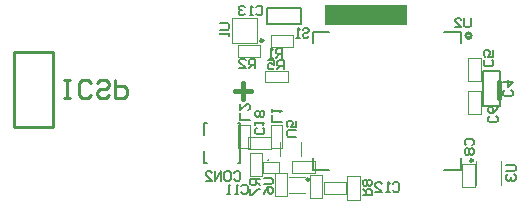
<source format=gbo>
G04*
G04 #@! TF.GenerationSoftware,Altium Limited,Altium Designer,19.1.6 (110)*
G04*
G04 Layer_Color=32896*
%FSAX25Y25*%
%MOIN*%
G70*
G01*
G75*
%ADD10C,0.01000*%
%ADD11C,0.00787*%
%ADD12C,0.00394*%
%ADD13C,0.00591*%
%ADD14C,0.00598*%
%ADD80C,0.01575*%
%ADD105R,0.27559X0.07087*%
D10*
X0147293Y0123763D02*
G03*
X0147293Y0123763I-0000473J0000000D01*
G01*
X0201733Y0130039D02*
G03*
X0201733Y0130039I-0000426J0000000D01*
G01*
X0201268Y0171634D02*
G03*
X0201268Y0171634I-0000905J0000000D01*
G01*
X0131873Y0170039D02*
G03*
X0131873Y0170039I-0000487J0000000D01*
G01*
X0048882Y0166122D02*
X0061882D01*
X0048882Y0141122D02*
Y0166122D01*
Y0141122D02*
X0061882D01*
Y0166122D01*
X0065638Y0150852D02*
X0067637D01*
X0066637D01*
Y0156850D01*
X0065638D01*
X0067637D01*
X0074635Y0151852D02*
X0073635Y0150852D01*
X0071636D01*
X0070636Y0151852D01*
Y0155851D01*
X0071636Y0156850D01*
X0073635D01*
X0074635Y0155851D01*
X0080633Y0151852D02*
X0079633Y0150852D01*
X0077634D01*
X0076634Y0151852D01*
Y0152852D01*
X0077634Y0153851D01*
X0079633D01*
X0080633Y0154851D01*
Y0155851D01*
X0079633Y0156850D01*
X0077634D01*
X0076634Y0155851D01*
X0082632Y0156850D02*
Y0150852D01*
X0085631D01*
X0086631Y0151852D01*
Y0153851D01*
X0085631Y0154851D01*
X0082632D01*
D11*
X0198000Y0169193D02*
Y0172894D01*
X0197961Y0172933D02*
X0198000Y0172894D01*
X0192291Y0172933D02*
X0197961D01*
X0148551Y0172894D02*
X0153945D01*
X0148433Y0172776D02*
X0148551Y0172894D01*
X0148433Y0169193D02*
Y0172776D01*
X0148472Y0126949D02*
Y0130886D01*
Y0126949D02*
X0148551Y0126870D01*
X0153866D01*
X0192291Y0126791D02*
X0197803D01*
X0197961Y0126949D02*
Y0130925D01*
X0197803Y0126791D02*
X0197961Y0126949D01*
X0123441Y0129173D02*
X0124228D01*
Y0142559D01*
X0123441D02*
X0124228D01*
X0112024Y0129173D02*
Y0133110D01*
Y0129173D02*
X0113205D01*
X0112024Y0142559D02*
X0113205Y0142559D01*
X0112024Y0138622D02*
Y0142559D01*
X0133116Y0180978D02*
X0144616D01*
X0133116Y0175478D02*
Y0180978D01*
Y0175478D02*
X0144616D01*
Y0180978D01*
X0205211Y0148266D02*
Y0159766D01*
Y0148266D02*
X0210711D01*
Y0159766D01*
X0205211D02*
X0210711D01*
D12*
X0133914Y0130197D02*
G03*
X0133914Y0130197I-0000284J0000000D01*
G01*
X0137118Y0135866D02*
G03*
X0137118Y0135866I-0000220J0000000D01*
G01*
X0131757Y0125738D02*
Y0129538D01*
X0137157D01*
Y0125738D02*
Y0129538D01*
X0131757Y0125738D02*
X0137157D01*
X0137587Y0131535D02*
Y0136260D01*
X0144476Y0131535D02*
Y0136260D01*
X0149142Y0126024D02*
Y0129961D01*
X0141661Y0126024D02*
X0149142D01*
X0141661D02*
Y0129961D01*
X0149142D01*
X0135954Y0118330D02*
Y0125810D01*
Y0118330D02*
X0139891D01*
Y0125810D01*
X0135954D02*
X0139891D01*
X0127429Y0124980D02*
X0131563D01*
X0127429D02*
Y0132658D01*
X0131563D01*
Y0124980D02*
Y0132658D01*
X0151504Y0117677D02*
Y0125157D01*
X0147567D02*
X0151504D01*
X0147567Y0117677D02*
Y0125157D01*
Y0117677D02*
X0151504D01*
X0140481Y0124629D02*
X0145993D01*
X0140481Y0119117D02*
X0145993D01*
X0152134Y0122913D02*
X0159614D01*
X0152134Y0118976D02*
Y0122913D01*
Y0118976D02*
X0159614D01*
Y0122913D01*
X0164122Y0117028D02*
Y0124705D01*
X0159988D02*
X0164122D01*
X0159988Y0117028D02*
Y0124705D01*
Y0117028D02*
X0164122D01*
X0203000Y0121968D02*
Y0129842D01*
X0211268Y0121968D02*
X0211307Y0129842D01*
X0121465Y0169252D02*
X0129732D01*
Y0177520D01*
X0121465D02*
X0129732D01*
X0121465Y0169252D02*
Y0177520D01*
X0140087Y0156063D02*
Y0160000D01*
X0132606Y0156063D02*
X0140087D01*
X0132606D02*
Y0160000D01*
X0140087D01*
X0123354Y0164528D02*
Y0168465D01*
X0130835D01*
Y0164528D02*
Y0168465D01*
X0123354Y0164528D02*
X0130835D01*
X0134378Y0167835D02*
Y0171772D01*
X0141858D01*
Y0167835D02*
Y0171772D01*
X0134378Y0167835D02*
X0141858D01*
X0123433Y0141732D02*
X0127370D01*
Y0134252D02*
Y0141732D01*
X0123433Y0134252D02*
X0127370D01*
X0123433D02*
Y0141732D01*
X0134378D02*
X0138315D01*
Y0134252D02*
Y0141732D01*
X0134378Y0134252D02*
X0138315D01*
X0134378D02*
Y0141732D01*
X0126917Y0133799D02*
X0134595D01*
Y0137933D01*
X0126917D02*
X0134595D01*
X0126917Y0133799D02*
Y0137933D01*
X0202429Y0121319D02*
Y0128996D01*
X0198295D02*
X0202429D01*
X0198295Y0121319D02*
Y0128996D01*
Y0121319D02*
X0202429D01*
X0204358Y0145531D02*
Y0153209D01*
X0200224D02*
X0204358D01*
X0200224Y0145531D02*
Y0153209D01*
Y0145531D02*
X0204358D01*
X0200224Y0156555D02*
Y0164232D01*
Y0156555D02*
X0204358D01*
Y0164232D01*
X0200224D02*
X0204358D01*
D13*
X0127408Y0143661D02*
X0124260D01*
Y0145761D01*
Y0148909D02*
Y0146810D01*
X0126359Y0148909D01*
X0126884D01*
X0127408Y0148384D01*
Y0147335D01*
X0126884Y0146810D01*
X0138117Y0142953D02*
X0134968D01*
Y0145052D01*
Y0146101D02*
Y0147151D01*
Y0146626D01*
X0138117D01*
X0137592Y0146101D01*
X0122161Y0125852D02*
X0122686Y0126377D01*
X0123735D01*
X0124260Y0125852D01*
Y0123753D01*
X0123735Y0123228D01*
X0122686D01*
X0122161Y0123753D01*
X0119537Y0126377D02*
X0120587D01*
X0121111Y0125852D01*
Y0123753D01*
X0120587Y0123228D01*
X0119537D01*
X0119012Y0123753D01*
Y0125852D01*
X0119537Y0126377D01*
X0117963Y0123228D02*
Y0126377D01*
X0115864Y0123228D01*
Y0126377D01*
X0112715Y0123228D02*
X0114814D01*
X0112715Y0125327D01*
Y0125852D01*
X0113240Y0126377D01*
X0114289D01*
X0114814Y0125852D01*
X0131805Y0140918D02*
X0132330Y0140393D01*
Y0139344D01*
X0131805Y0138819D01*
X0129706D01*
X0129181Y0139344D01*
Y0140393D01*
X0129706Y0140918D01*
X0129181Y0141967D02*
Y0143017D01*
Y0142492D01*
X0132330D01*
X0131805Y0141967D01*
Y0144591D02*
X0132330Y0145116D01*
Y0146166D01*
X0131805Y0146690D01*
X0131280D01*
X0130755Y0146166D01*
X0130231Y0146690D01*
X0129706D01*
X0129181Y0146166D01*
Y0145116D01*
X0129706Y0144591D01*
X0130231D01*
X0130755Y0145116D01*
X0131280Y0144591D01*
X0131805D01*
X0130755Y0145116D02*
Y0146166D01*
X0214561Y0153556D02*
X0215086Y0153031D01*
Y0151981D01*
X0214561Y0151457D01*
X0212462D01*
X0211937Y0151981D01*
Y0153031D01*
X0212462Y0153556D01*
X0211937Y0156180D02*
X0215086D01*
X0213511Y0154605D01*
Y0156704D01*
X0129260Y0160787D02*
Y0163936D01*
X0127685D01*
X0127161Y0163411D01*
Y0162362D01*
X0127685Y0161837D01*
X0129260D01*
X0128210D02*
X0127161Y0160787D01*
X0124012D02*
X0126111D01*
X0124012Y0162887D01*
Y0163411D01*
X0124537Y0163936D01*
X0125586D01*
X0126111Y0163411D01*
X0138315Y0164331D02*
Y0167479D01*
X0136741D01*
X0136216Y0166955D01*
Y0165905D01*
X0136741Y0165380D01*
X0138315D01*
X0137265D02*
X0136216Y0164331D01*
X0135166D02*
X0134117D01*
X0134642D01*
Y0167479D01*
X0135166Y0166955D01*
X0212883Y0128583D02*
X0215507D01*
X0216032Y0128058D01*
Y0127008D01*
X0215507Y0126484D01*
X0212883D01*
X0213408Y0125434D02*
X0212883Y0124909D01*
Y0123860D01*
X0213408Y0123335D01*
X0213932D01*
X0214457Y0123860D01*
Y0124384D01*
Y0123860D01*
X0214982Y0123335D01*
X0215507D01*
X0216032Y0123860D01*
Y0124909D01*
X0215507Y0125434D01*
X0201102Y0177519D02*
Y0174895D01*
X0200578Y0174370D01*
X0199528D01*
X0199003Y0174895D01*
Y0177519D01*
X0195855Y0174370D02*
X0197954D01*
X0195855Y0176469D01*
Y0176994D01*
X0196379Y0177519D01*
X0197429D01*
X0197954Y0176994D01*
X0117450Y0175748D02*
X0120074D01*
X0120598Y0175223D01*
Y0174174D01*
X0120074Y0173649D01*
X0117450D01*
X0120598Y0172599D02*
Y0171550D01*
Y0172075D01*
X0117450D01*
X0117975Y0172599D01*
X0165047Y0118425D02*
X0168196D01*
Y0120000D01*
X0167671Y0120524D01*
X0166622D01*
X0166097Y0120000D01*
Y0118425D01*
Y0119475D02*
X0165047Y0120524D01*
X0167671Y0121574D02*
X0168196Y0122099D01*
Y0123148D01*
X0167671Y0123673D01*
X0167146D01*
X0166622Y0123148D01*
X0166097Y0123673D01*
X0165572D01*
X0165047Y0123148D01*
Y0122099D01*
X0165572Y0121574D01*
X0166097D01*
X0166622Y0122099D01*
X0167146Y0121574D01*
X0167671D01*
X0166622Y0122099D02*
Y0123148D01*
X0130718Y0123802D02*
X0127569D01*
Y0122228D01*
X0128094Y0121703D01*
X0129143D01*
X0129668Y0122228D01*
Y0123802D01*
Y0122753D02*
X0130718Y0121703D01*
X0127569Y0120654D02*
Y0118555D01*
X0128094D01*
X0130193Y0120654D01*
X0130718D01*
X0138709Y0160394D02*
Y0163542D01*
X0137134D01*
X0136610Y0163017D01*
Y0161968D01*
X0137134Y0161443D01*
X0138709D01*
X0137659D02*
X0136610Y0160394D01*
X0133461Y0163542D02*
X0135560D01*
Y0161968D01*
X0134511Y0162493D01*
X0133986D01*
X0133461Y0161968D01*
Y0160918D01*
X0133986Y0160394D01*
X0135035D01*
X0135560Y0160918D01*
X0129523Y0181128D02*
X0130048Y0181652D01*
X0131097D01*
X0131622Y0181128D01*
Y0179029D01*
X0131097Y0178504D01*
X0130048D01*
X0129523Y0179029D01*
X0128473Y0178504D02*
X0127424D01*
X0127949D01*
Y0181652D01*
X0128473Y0181128D01*
X0125850D02*
X0125325Y0181652D01*
X0124275D01*
X0123751Y0181128D01*
Y0180603D01*
X0124275Y0180078D01*
X0124800D01*
X0124275D01*
X0123751Y0179553D01*
Y0179029D01*
X0124275Y0178504D01*
X0125325D01*
X0125850Y0179029D01*
X0124602Y0121482D02*
X0125127Y0122007D01*
X0126176D01*
X0126701Y0121482D01*
Y0119383D01*
X0126176Y0118858D01*
X0125127D01*
X0124602Y0119383D01*
X0123552Y0118858D02*
X0122503D01*
X0123027D01*
Y0122007D01*
X0123552Y0121482D01*
X0120928Y0118858D02*
X0119879D01*
X0120404D01*
Y0122007D01*
X0120928Y0121482D01*
X0199549Y0135106D02*
X0199025Y0135630D01*
Y0136680D01*
X0199549Y0137205D01*
X0201648D01*
X0202173Y0136680D01*
Y0135630D01*
X0201648Y0135106D01*
X0199549Y0134056D02*
X0199025Y0133531D01*
Y0132482D01*
X0199549Y0131957D01*
X0200074D01*
X0200599Y0132482D01*
X0201124Y0131957D01*
X0201648D01*
X0202173Y0132482D01*
Y0133531D01*
X0201648Y0134056D01*
X0201124D01*
X0200599Y0133531D01*
X0200074Y0134056D01*
X0199549D01*
X0200599Y0133531D02*
Y0132482D01*
X0209561Y0144855D02*
X0210086Y0144330D01*
Y0143281D01*
X0209561Y0142756D01*
X0207462D01*
X0206937Y0143281D01*
Y0144330D01*
X0207462Y0144855D01*
X0210086Y0148003D02*
X0209561Y0146954D01*
X0208511Y0145905D01*
X0207462D01*
X0206937Y0146429D01*
Y0147479D01*
X0207462Y0148003D01*
X0207986D01*
X0208511Y0147479D01*
Y0145905D01*
X0208025Y0163595D02*
X0208550Y0163070D01*
Y0162021D01*
X0208025Y0161496D01*
X0205926D01*
X0205402Y0162021D01*
Y0163070D01*
X0205926Y0163595D01*
X0208550Y0166744D02*
Y0164645D01*
X0206976D01*
X0207501Y0165694D01*
Y0166219D01*
X0206976Y0166744D01*
X0205926D01*
X0205402Y0166219D01*
Y0165169D01*
X0205926Y0164645D01*
D14*
X0132056Y0124213D02*
X0134680D01*
X0135205Y0123688D01*
Y0122638D01*
X0134680Y0122114D01*
X0132056D01*
Y0118965D02*
X0132581Y0120015D01*
X0133630Y0121064D01*
X0134680D01*
X0135205Y0120539D01*
Y0119490D01*
X0134680Y0118965D01*
X0134155D01*
X0133630Y0119490D01*
Y0121064D01*
X0142920Y0137992D02*
X0140296D01*
X0139772Y0138517D01*
Y0139566D01*
X0140296Y0140091D01*
X0142920D01*
Y0143240D02*
Y0141141D01*
X0141346D01*
X0141871Y0142190D01*
Y0142715D01*
X0141346Y0143240D01*
X0140296D01*
X0139772Y0142715D01*
Y0141665D01*
X0140296Y0141141D01*
X0175113Y0122191D02*
X0175638Y0122715D01*
X0176688D01*
X0177213Y0122191D01*
Y0120092D01*
X0176688Y0119567D01*
X0175638D01*
X0175113Y0120092D01*
X0174064Y0119567D02*
X0173014D01*
X0173539D01*
Y0122715D01*
X0174064Y0122191D01*
X0169341Y0119567D02*
X0171440D01*
X0169341Y0121666D01*
Y0122191D01*
X0169866Y0122715D01*
X0170915D01*
X0171440Y0122191D01*
X0145074Y0173569D02*
X0145599Y0174093D01*
X0146649D01*
X0147173Y0173569D01*
Y0173044D01*
X0146649Y0172519D01*
X0145599D01*
X0145074Y0171994D01*
Y0171470D01*
X0145599Y0170945D01*
X0146649D01*
X0147173Y0171470D01*
X0144025Y0170945D02*
X0142975D01*
X0143500D01*
Y0174093D01*
X0144025Y0173569D01*
D80*
X0210361Y0150945D02*
Y0156193D01*
X0125191Y0150551D02*
Y0155799D01*
X0127815Y0153175D02*
X0122567D01*
D105*
X0166307Y0178465D02*
D03*
M02*

</source>
